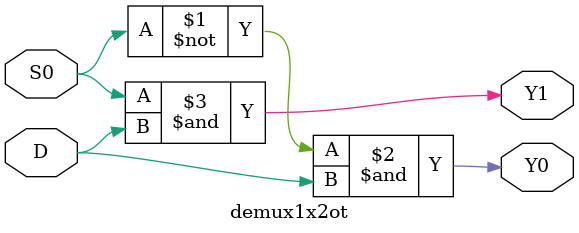
<source format=v>
module demux1x2ot(Y1,Y0,S0,D);
	output Y1,Y0;
	input S0,D;
	assign Y0=~S0&D;
	assign Y1=S0&D;
endmodule

</source>
